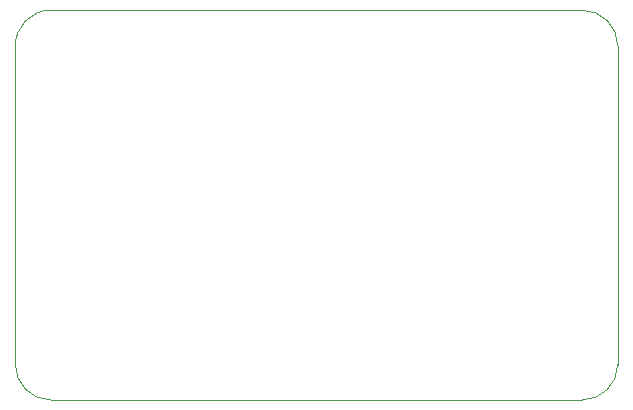
<source format=gm1>
G04 #@! TF.GenerationSoftware,KiCad,Pcbnew,(5.1.5-0-10_14)*
G04 #@! TF.CreationDate,2019-12-30T14:06:52-05:00*
G04 #@! TF.ProjectId,FeatherShim,46656174-6865-4725-9368-696d2e6b6963,rev?*
G04 #@! TF.SameCoordinates,Original*
G04 #@! TF.FileFunction,Profile,NP*
%FSLAX46Y46*%
G04 Gerber Fmt 4.6, Leading zero omitted, Abs format (unit mm)*
G04 Created by KiCad (PCBNEW (5.1.5-0-10_14)) date 2019-12-30 14:06:52*
%MOMM*%
%LPD*%
G04 APERTURE LIST*
%ADD10C,0.050000*%
G04 APERTURE END LIST*
D10*
X178000000Y-120000000D02*
X133000000Y-120000000D01*
X181000000Y-90000000D02*
X181000000Y-117000000D01*
X133000000Y-87000000D02*
X178000000Y-87000000D01*
X130001096Y-90081070D02*
X130000000Y-117000000D01*
X181000000Y-117000000D02*
G75*
G02X178000000Y-120000000I-3000000J0D01*
G01*
X178000000Y-87000000D02*
G75*
G02X181000000Y-90000000I0J-3000000D01*
G01*
X130001096Y-90081070D02*
G75*
G02X133000000Y-87000000I2998904J81070D01*
G01*
X133000000Y-120000000D02*
G75*
G02X130000000Y-117000000I0J3000000D01*
G01*
M02*

</source>
